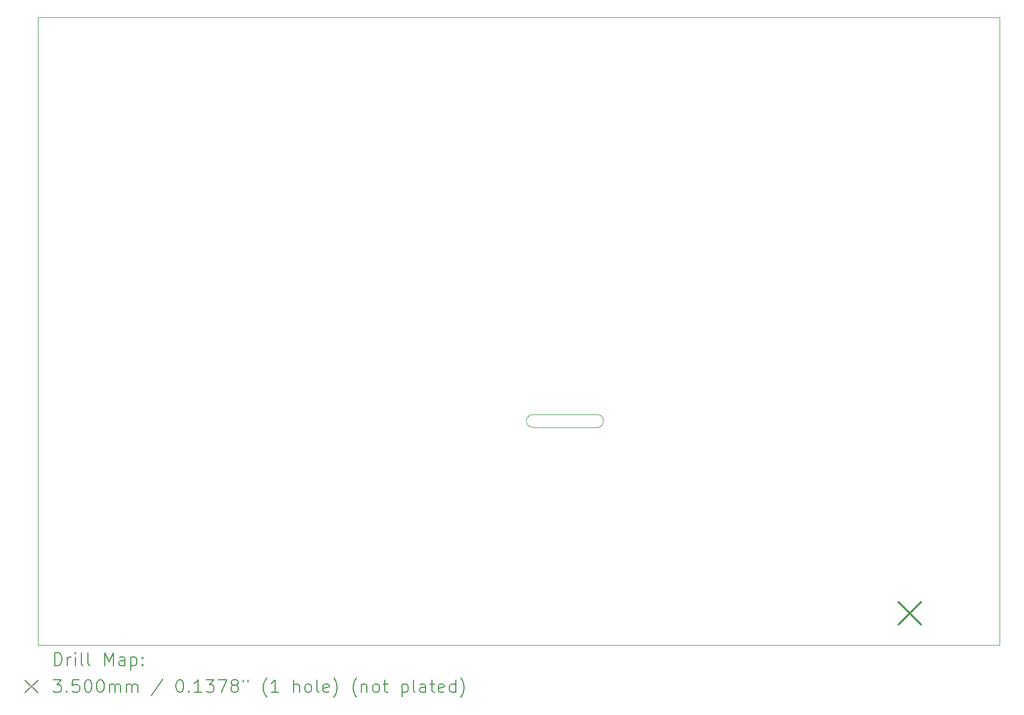
<source format=gbr>
%TF.GenerationSoftware,KiCad,Pcbnew,9.0.7*%
%TF.CreationDate,2026-02-04T14:48:41+09:00*%
%TF.ProjectId,POWER_BD_NV2,504f5745-525f-4424-945f-4e56322e6b69,rev?*%
%TF.SameCoordinates,Original*%
%TF.FileFunction,Drillmap*%
%TF.FilePolarity,Positive*%
%FSLAX45Y45*%
G04 Gerber Fmt 4.5, Leading zero omitted, Abs format (unit mm)*
G04 Created by KiCad (PCBNEW 9.0.7) date 2026-02-04 14:48:41*
%MOMM*%
%LPD*%
G01*
G04 APERTURE LIST*
%ADD10C,0.050000*%
%ADD11C,0.100000*%
%ADD12C,0.200000*%
%ADD13C,0.350000*%
G04 APERTURE END LIST*
D10*
X7720000Y3400000D02*
X8720000Y3400000D01*
X8720000Y3600000D02*
X7720000Y3600000D01*
X7720000Y3400000D02*
G75*
G02*
X7720000Y3600000I0J100000D01*
G01*
D11*
X0Y9800000D02*
X15000000Y9800000D01*
X15000000Y0D01*
X0Y0D01*
X0Y9800000D01*
D10*
X8720000Y3600000D02*
G75*
G02*
X8720000Y3400000I0J-100000D01*
G01*
D12*
D13*
X13425000Y675000D02*
X13775000Y325000D01*
X13775000Y675000D02*
X13425000Y325000D01*
D12*
X255777Y-316484D02*
X255777Y-116484D01*
X255777Y-116484D02*
X303396Y-116484D01*
X303396Y-116484D02*
X331967Y-126008D01*
X331967Y-126008D02*
X351015Y-145055D01*
X351015Y-145055D02*
X360539Y-164103D01*
X360539Y-164103D02*
X370062Y-202198D01*
X370062Y-202198D02*
X370062Y-230769D01*
X370062Y-230769D02*
X360539Y-268865D01*
X360539Y-268865D02*
X351015Y-287912D01*
X351015Y-287912D02*
X331967Y-306960D01*
X331967Y-306960D02*
X303396Y-316484D01*
X303396Y-316484D02*
X255777Y-316484D01*
X455777Y-316484D02*
X455777Y-183150D01*
X455777Y-221246D02*
X465301Y-202198D01*
X465301Y-202198D02*
X474824Y-192674D01*
X474824Y-192674D02*
X493872Y-183150D01*
X493872Y-183150D02*
X512920Y-183150D01*
X579586Y-316484D02*
X579586Y-183150D01*
X579586Y-116484D02*
X570063Y-126008D01*
X570063Y-126008D02*
X579586Y-135531D01*
X579586Y-135531D02*
X589110Y-126008D01*
X589110Y-126008D02*
X579586Y-116484D01*
X579586Y-116484D02*
X579586Y-135531D01*
X703396Y-316484D02*
X684348Y-306960D01*
X684348Y-306960D02*
X674824Y-287912D01*
X674824Y-287912D02*
X674824Y-116484D01*
X808158Y-316484D02*
X789110Y-306960D01*
X789110Y-306960D02*
X779586Y-287912D01*
X779586Y-287912D02*
X779586Y-116484D01*
X1036729Y-316484D02*
X1036729Y-116484D01*
X1036729Y-116484D02*
X1103396Y-259341D01*
X1103396Y-259341D02*
X1170063Y-116484D01*
X1170063Y-116484D02*
X1170063Y-316484D01*
X1351015Y-316484D02*
X1351015Y-211722D01*
X1351015Y-211722D02*
X1341491Y-192674D01*
X1341491Y-192674D02*
X1322444Y-183150D01*
X1322444Y-183150D02*
X1284348Y-183150D01*
X1284348Y-183150D02*
X1265301Y-192674D01*
X1351015Y-306960D02*
X1331967Y-316484D01*
X1331967Y-316484D02*
X1284348Y-316484D01*
X1284348Y-316484D02*
X1265301Y-306960D01*
X1265301Y-306960D02*
X1255777Y-287912D01*
X1255777Y-287912D02*
X1255777Y-268865D01*
X1255777Y-268865D02*
X1265301Y-249817D01*
X1265301Y-249817D02*
X1284348Y-240293D01*
X1284348Y-240293D02*
X1331967Y-240293D01*
X1331967Y-240293D02*
X1351015Y-230769D01*
X1446253Y-183150D02*
X1446253Y-383150D01*
X1446253Y-192674D02*
X1465301Y-183150D01*
X1465301Y-183150D02*
X1503396Y-183150D01*
X1503396Y-183150D02*
X1522443Y-192674D01*
X1522443Y-192674D02*
X1531967Y-202198D01*
X1531967Y-202198D02*
X1541491Y-221246D01*
X1541491Y-221246D02*
X1541491Y-278389D01*
X1541491Y-278389D02*
X1531967Y-297436D01*
X1531967Y-297436D02*
X1522443Y-306960D01*
X1522443Y-306960D02*
X1503396Y-316484D01*
X1503396Y-316484D02*
X1465301Y-316484D01*
X1465301Y-316484D02*
X1446253Y-306960D01*
X1627205Y-297436D02*
X1636729Y-306960D01*
X1636729Y-306960D02*
X1627205Y-316484D01*
X1627205Y-316484D02*
X1617682Y-306960D01*
X1617682Y-306960D02*
X1627205Y-297436D01*
X1627205Y-297436D02*
X1627205Y-316484D01*
X1627205Y-192674D02*
X1636729Y-202198D01*
X1636729Y-202198D02*
X1627205Y-211722D01*
X1627205Y-211722D02*
X1617682Y-202198D01*
X1617682Y-202198D02*
X1627205Y-192674D01*
X1627205Y-192674D02*
X1627205Y-211722D01*
X-205000Y-545000D02*
X-5000Y-745000D01*
X-5000Y-545000D02*
X-205000Y-745000D01*
X236729Y-536484D02*
X360539Y-536484D01*
X360539Y-536484D02*
X293872Y-612674D01*
X293872Y-612674D02*
X322444Y-612674D01*
X322444Y-612674D02*
X341491Y-622198D01*
X341491Y-622198D02*
X351015Y-631722D01*
X351015Y-631722D02*
X360539Y-650770D01*
X360539Y-650770D02*
X360539Y-698389D01*
X360539Y-698389D02*
X351015Y-717436D01*
X351015Y-717436D02*
X341491Y-726960D01*
X341491Y-726960D02*
X322444Y-736484D01*
X322444Y-736484D02*
X265301Y-736484D01*
X265301Y-736484D02*
X246253Y-726960D01*
X246253Y-726960D02*
X236729Y-717436D01*
X446253Y-717436D02*
X455777Y-726960D01*
X455777Y-726960D02*
X446253Y-736484D01*
X446253Y-736484D02*
X436729Y-726960D01*
X436729Y-726960D02*
X446253Y-717436D01*
X446253Y-717436D02*
X446253Y-736484D01*
X636729Y-536484D02*
X541491Y-536484D01*
X541491Y-536484D02*
X531967Y-631722D01*
X531967Y-631722D02*
X541491Y-622198D01*
X541491Y-622198D02*
X560539Y-612674D01*
X560539Y-612674D02*
X608158Y-612674D01*
X608158Y-612674D02*
X627205Y-622198D01*
X627205Y-622198D02*
X636729Y-631722D01*
X636729Y-631722D02*
X646253Y-650770D01*
X646253Y-650770D02*
X646253Y-698389D01*
X646253Y-698389D02*
X636729Y-717436D01*
X636729Y-717436D02*
X627205Y-726960D01*
X627205Y-726960D02*
X608158Y-736484D01*
X608158Y-736484D02*
X560539Y-736484D01*
X560539Y-736484D02*
X541491Y-726960D01*
X541491Y-726960D02*
X531967Y-717436D01*
X770062Y-536484D02*
X789110Y-536484D01*
X789110Y-536484D02*
X808158Y-546008D01*
X808158Y-546008D02*
X817682Y-555531D01*
X817682Y-555531D02*
X827205Y-574579D01*
X827205Y-574579D02*
X836729Y-612674D01*
X836729Y-612674D02*
X836729Y-660293D01*
X836729Y-660293D02*
X827205Y-698389D01*
X827205Y-698389D02*
X817682Y-717436D01*
X817682Y-717436D02*
X808158Y-726960D01*
X808158Y-726960D02*
X789110Y-736484D01*
X789110Y-736484D02*
X770062Y-736484D01*
X770062Y-736484D02*
X751015Y-726960D01*
X751015Y-726960D02*
X741491Y-717436D01*
X741491Y-717436D02*
X731967Y-698389D01*
X731967Y-698389D02*
X722443Y-660293D01*
X722443Y-660293D02*
X722443Y-612674D01*
X722443Y-612674D02*
X731967Y-574579D01*
X731967Y-574579D02*
X741491Y-555531D01*
X741491Y-555531D02*
X751015Y-546008D01*
X751015Y-546008D02*
X770062Y-536484D01*
X960539Y-536484D02*
X979586Y-536484D01*
X979586Y-536484D02*
X998634Y-546008D01*
X998634Y-546008D02*
X1008158Y-555531D01*
X1008158Y-555531D02*
X1017682Y-574579D01*
X1017682Y-574579D02*
X1027205Y-612674D01*
X1027205Y-612674D02*
X1027205Y-660293D01*
X1027205Y-660293D02*
X1017682Y-698389D01*
X1017682Y-698389D02*
X1008158Y-717436D01*
X1008158Y-717436D02*
X998634Y-726960D01*
X998634Y-726960D02*
X979586Y-736484D01*
X979586Y-736484D02*
X960539Y-736484D01*
X960539Y-736484D02*
X941491Y-726960D01*
X941491Y-726960D02*
X931967Y-717436D01*
X931967Y-717436D02*
X922443Y-698389D01*
X922443Y-698389D02*
X912920Y-660293D01*
X912920Y-660293D02*
X912920Y-612674D01*
X912920Y-612674D02*
X922443Y-574579D01*
X922443Y-574579D02*
X931967Y-555531D01*
X931967Y-555531D02*
X941491Y-546008D01*
X941491Y-546008D02*
X960539Y-536484D01*
X1112920Y-736484D02*
X1112920Y-603150D01*
X1112920Y-622198D02*
X1122444Y-612674D01*
X1122444Y-612674D02*
X1141491Y-603150D01*
X1141491Y-603150D02*
X1170063Y-603150D01*
X1170063Y-603150D02*
X1189110Y-612674D01*
X1189110Y-612674D02*
X1198634Y-631722D01*
X1198634Y-631722D02*
X1198634Y-736484D01*
X1198634Y-631722D02*
X1208158Y-612674D01*
X1208158Y-612674D02*
X1227205Y-603150D01*
X1227205Y-603150D02*
X1255777Y-603150D01*
X1255777Y-603150D02*
X1274825Y-612674D01*
X1274825Y-612674D02*
X1284348Y-631722D01*
X1284348Y-631722D02*
X1284348Y-736484D01*
X1379586Y-736484D02*
X1379586Y-603150D01*
X1379586Y-622198D02*
X1389110Y-612674D01*
X1389110Y-612674D02*
X1408158Y-603150D01*
X1408158Y-603150D02*
X1436729Y-603150D01*
X1436729Y-603150D02*
X1455777Y-612674D01*
X1455777Y-612674D02*
X1465301Y-631722D01*
X1465301Y-631722D02*
X1465301Y-736484D01*
X1465301Y-631722D02*
X1474824Y-612674D01*
X1474824Y-612674D02*
X1493872Y-603150D01*
X1493872Y-603150D02*
X1522443Y-603150D01*
X1522443Y-603150D02*
X1541491Y-612674D01*
X1541491Y-612674D02*
X1551015Y-631722D01*
X1551015Y-631722D02*
X1551015Y-736484D01*
X1941491Y-526960D02*
X1770063Y-784103D01*
X2198634Y-536484D02*
X2217682Y-536484D01*
X2217682Y-536484D02*
X2236729Y-546008D01*
X2236729Y-546008D02*
X2246253Y-555531D01*
X2246253Y-555531D02*
X2255777Y-574579D01*
X2255777Y-574579D02*
X2265301Y-612674D01*
X2265301Y-612674D02*
X2265301Y-660293D01*
X2265301Y-660293D02*
X2255777Y-698389D01*
X2255777Y-698389D02*
X2246253Y-717436D01*
X2246253Y-717436D02*
X2236729Y-726960D01*
X2236729Y-726960D02*
X2217682Y-736484D01*
X2217682Y-736484D02*
X2198634Y-736484D01*
X2198634Y-736484D02*
X2179587Y-726960D01*
X2179587Y-726960D02*
X2170063Y-717436D01*
X2170063Y-717436D02*
X2160539Y-698389D01*
X2160539Y-698389D02*
X2151015Y-660293D01*
X2151015Y-660293D02*
X2151015Y-612674D01*
X2151015Y-612674D02*
X2160539Y-574579D01*
X2160539Y-574579D02*
X2170063Y-555531D01*
X2170063Y-555531D02*
X2179587Y-546008D01*
X2179587Y-546008D02*
X2198634Y-536484D01*
X2351015Y-717436D02*
X2360539Y-726960D01*
X2360539Y-726960D02*
X2351015Y-736484D01*
X2351015Y-736484D02*
X2341491Y-726960D01*
X2341491Y-726960D02*
X2351015Y-717436D01*
X2351015Y-717436D02*
X2351015Y-736484D01*
X2551015Y-736484D02*
X2436729Y-736484D01*
X2493872Y-736484D02*
X2493872Y-536484D01*
X2493872Y-536484D02*
X2474825Y-565055D01*
X2474825Y-565055D02*
X2455777Y-584103D01*
X2455777Y-584103D02*
X2436729Y-593627D01*
X2617682Y-536484D02*
X2741491Y-536484D01*
X2741491Y-536484D02*
X2674825Y-612674D01*
X2674825Y-612674D02*
X2703396Y-612674D01*
X2703396Y-612674D02*
X2722444Y-622198D01*
X2722444Y-622198D02*
X2731968Y-631722D01*
X2731968Y-631722D02*
X2741491Y-650770D01*
X2741491Y-650770D02*
X2741491Y-698389D01*
X2741491Y-698389D02*
X2731968Y-717436D01*
X2731968Y-717436D02*
X2722444Y-726960D01*
X2722444Y-726960D02*
X2703396Y-736484D01*
X2703396Y-736484D02*
X2646253Y-736484D01*
X2646253Y-736484D02*
X2627206Y-726960D01*
X2627206Y-726960D02*
X2617682Y-717436D01*
X2808158Y-536484D02*
X2941491Y-536484D01*
X2941491Y-536484D02*
X2855777Y-736484D01*
X3046253Y-622198D02*
X3027206Y-612674D01*
X3027206Y-612674D02*
X3017682Y-603150D01*
X3017682Y-603150D02*
X3008158Y-584103D01*
X3008158Y-584103D02*
X3008158Y-574579D01*
X3008158Y-574579D02*
X3017682Y-555531D01*
X3017682Y-555531D02*
X3027206Y-546008D01*
X3027206Y-546008D02*
X3046253Y-536484D01*
X3046253Y-536484D02*
X3084348Y-536484D01*
X3084348Y-536484D02*
X3103396Y-546008D01*
X3103396Y-546008D02*
X3112920Y-555531D01*
X3112920Y-555531D02*
X3122444Y-574579D01*
X3122444Y-574579D02*
X3122444Y-584103D01*
X3122444Y-584103D02*
X3112920Y-603150D01*
X3112920Y-603150D02*
X3103396Y-612674D01*
X3103396Y-612674D02*
X3084348Y-622198D01*
X3084348Y-622198D02*
X3046253Y-622198D01*
X3046253Y-622198D02*
X3027206Y-631722D01*
X3027206Y-631722D02*
X3017682Y-641246D01*
X3017682Y-641246D02*
X3008158Y-660293D01*
X3008158Y-660293D02*
X3008158Y-698389D01*
X3008158Y-698389D02*
X3017682Y-717436D01*
X3017682Y-717436D02*
X3027206Y-726960D01*
X3027206Y-726960D02*
X3046253Y-736484D01*
X3046253Y-736484D02*
X3084348Y-736484D01*
X3084348Y-736484D02*
X3103396Y-726960D01*
X3103396Y-726960D02*
X3112920Y-717436D01*
X3112920Y-717436D02*
X3122444Y-698389D01*
X3122444Y-698389D02*
X3122444Y-660293D01*
X3122444Y-660293D02*
X3112920Y-641246D01*
X3112920Y-641246D02*
X3103396Y-631722D01*
X3103396Y-631722D02*
X3084348Y-622198D01*
X3198634Y-536484D02*
X3198634Y-574579D01*
X3274825Y-536484D02*
X3274825Y-574579D01*
X3570063Y-812674D02*
X3560539Y-803150D01*
X3560539Y-803150D02*
X3541491Y-774579D01*
X3541491Y-774579D02*
X3531968Y-755531D01*
X3531968Y-755531D02*
X3522444Y-726960D01*
X3522444Y-726960D02*
X3512920Y-679341D01*
X3512920Y-679341D02*
X3512920Y-641246D01*
X3512920Y-641246D02*
X3522444Y-593627D01*
X3522444Y-593627D02*
X3531968Y-565055D01*
X3531968Y-565055D02*
X3541491Y-546008D01*
X3541491Y-546008D02*
X3560539Y-517436D01*
X3560539Y-517436D02*
X3570063Y-507912D01*
X3751015Y-736484D02*
X3636729Y-736484D01*
X3693872Y-736484D02*
X3693872Y-536484D01*
X3693872Y-536484D02*
X3674825Y-565055D01*
X3674825Y-565055D02*
X3655777Y-584103D01*
X3655777Y-584103D02*
X3636729Y-593627D01*
X3989110Y-736484D02*
X3989110Y-536484D01*
X4074825Y-736484D02*
X4074825Y-631722D01*
X4074825Y-631722D02*
X4065301Y-612674D01*
X4065301Y-612674D02*
X4046253Y-603150D01*
X4046253Y-603150D02*
X4017682Y-603150D01*
X4017682Y-603150D02*
X3998634Y-612674D01*
X3998634Y-612674D02*
X3989110Y-622198D01*
X4198634Y-736484D02*
X4179587Y-726960D01*
X4179587Y-726960D02*
X4170063Y-717436D01*
X4170063Y-717436D02*
X4160539Y-698389D01*
X4160539Y-698389D02*
X4160539Y-641246D01*
X4160539Y-641246D02*
X4170063Y-622198D01*
X4170063Y-622198D02*
X4179587Y-612674D01*
X4179587Y-612674D02*
X4198634Y-603150D01*
X4198634Y-603150D02*
X4227206Y-603150D01*
X4227206Y-603150D02*
X4246253Y-612674D01*
X4246253Y-612674D02*
X4255777Y-622198D01*
X4255777Y-622198D02*
X4265301Y-641246D01*
X4265301Y-641246D02*
X4265301Y-698389D01*
X4265301Y-698389D02*
X4255777Y-717436D01*
X4255777Y-717436D02*
X4246253Y-726960D01*
X4246253Y-726960D02*
X4227206Y-736484D01*
X4227206Y-736484D02*
X4198634Y-736484D01*
X4379587Y-736484D02*
X4360539Y-726960D01*
X4360539Y-726960D02*
X4351015Y-707912D01*
X4351015Y-707912D02*
X4351015Y-536484D01*
X4531968Y-726960D02*
X4512920Y-736484D01*
X4512920Y-736484D02*
X4474825Y-736484D01*
X4474825Y-736484D02*
X4455777Y-726960D01*
X4455777Y-726960D02*
X4446253Y-707912D01*
X4446253Y-707912D02*
X4446253Y-631722D01*
X4446253Y-631722D02*
X4455777Y-612674D01*
X4455777Y-612674D02*
X4474825Y-603150D01*
X4474825Y-603150D02*
X4512920Y-603150D01*
X4512920Y-603150D02*
X4531968Y-612674D01*
X4531968Y-612674D02*
X4541492Y-631722D01*
X4541492Y-631722D02*
X4541492Y-650770D01*
X4541492Y-650770D02*
X4446253Y-669817D01*
X4608158Y-812674D02*
X4617682Y-803150D01*
X4617682Y-803150D02*
X4636730Y-774579D01*
X4636730Y-774579D02*
X4646253Y-755531D01*
X4646253Y-755531D02*
X4655777Y-726960D01*
X4655777Y-726960D02*
X4665301Y-679341D01*
X4665301Y-679341D02*
X4665301Y-641246D01*
X4665301Y-641246D02*
X4655777Y-593627D01*
X4655777Y-593627D02*
X4646253Y-565055D01*
X4646253Y-565055D02*
X4636730Y-546008D01*
X4636730Y-546008D02*
X4617682Y-517436D01*
X4617682Y-517436D02*
X4608158Y-507912D01*
X4970063Y-812674D02*
X4960539Y-803150D01*
X4960539Y-803150D02*
X4941492Y-774579D01*
X4941492Y-774579D02*
X4931968Y-755531D01*
X4931968Y-755531D02*
X4922444Y-726960D01*
X4922444Y-726960D02*
X4912920Y-679341D01*
X4912920Y-679341D02*
X4912920Y-641246D01*
X4912920Y-641246D02*
X4922444Y-593627D01*
X4922444Y-593627D02*
X4931968Y-565055D01*
X4931968Y-565055D02*
X4941492Y-546008D01*
X4941492Y-546008D02*
X4960539Y-517436D01*
X4960539Y-517436D02*
X4970063Y-507912D01*
X5046253Y-603150D02*
X5046253Y-736484D01*
X5046253Y-622198D02*
X5055777Y-612674D01*
X5055777Y-612674D02*
X5074825Y-603150D01*
X5074825Y-603150D02*
X5103396Y-603150D01*
X5103396Y-603150D02*
X5122444Y-612674D01*
X5122444Y-612674D02*
X5131968Y-631722D01*
X5131968Y-631722D02*
X5131968Y-736484D01*
X5255777Y-736484D02*
X5236730Y-726960D01*
X5236730Y-726960D02*
X5227206Y-717436D01*
X5227206Y-717436D02*
X5217682Y-698389D01*
X5217682Y-698389D02*
X5217682Y-641246D01*
X5217682Y-641246D02*
X5227206Y-622198D01*
X5227206Y-622198D02*
X5236730Y-612674D01*
X5236730Y-612674D02*
X5255777Y-603150D01*
X5255777Y-603150D02*
X5284349Y-603150D01*
X5284349Y-603150D02*
X5303396Y-612674D01*
X5303396Y-612674D02*
X5312920Y-622198D01*
X5312920Y-622198D02*
X5322444Y-641246D01*
X5322444Y-641246D02*
X5322444Y-698389D01*
X5322444Y-698389D02*
X5312920Y-717436D01*
X5312920Y-717436D02*
X5303396Y-726960D01*
X5303396Y-726960D02*
X5284349Y-736484D01*
X5284349Y-736484D02*
X5255777Y-736484D01*
X5379587Y-603150D02*
X5455777Y-603150D01*
X5408158Y-536484D02*
X5408158Y-707912D01*
X5408158Y-707912D02*
X5417682Y-726960D01*
X5417682Y-726960D02*
X5436730Y-736484D01*
X5436730Y-736484D02*
X5455777Y-736484D01*
X5674825Y-603150D02*
X5674825Y-803150D01*
X5674825Y-612674D02*
X5693872Y-603150D01*
X5693872Y-603150D02*
X5731968Y-603150D01*
X5731968Y-603150D02*
X5751015Y-612674D01*
X5751015Y-612674D02*
X5760539Y-622198D01*
X5760539Y-622198D02*
X5770063Y-641246D01*
X5770063Y-641246D02*
X5770063Y-698389D01*
X5770063Y-698389D02*
X5760539Y-717436D01*
X5760539Y-717436D02*
X5751015Y-726960D01*
X5751015Y-726960D02*
X5731968Y-736484D01*
X5731968Y-736484D02*
X5693872Y-736484D01*
X5693872Y-736484D02*
X5674825Y-726960D01*
X5884349Y-736484D02*
X5865301Y-726960D01*
X5865301Y-726960D02*
X5855777Y-707912D01*
X5855777Y-707912D02*
X5855777Y-536484D01*
X6046253Y-736484D02*
X6046253Y-631722D01*
X6046253Y-631722D02*
X6036730Y-612674D01*
X6036730Y-612674D02*
X6017682Y-603150D01*
X6017682Y-603150D02*
X5979587Y-603150D01*
X5979587Y-603150D02*
X5960539Y-612674D01*
X6046253Y-726960D02*
X6027206Y-736484D01*
X6027206Y-736484D02*
X5979587Y-736484D01*
X5979587Y-736484D02*
X5960539Y-726960D01*
X5960539Y-726960D02*
X5951015Y-707912D01*
X5951015Y-707912D02*
X5951015Y-688865D01*
X5951015Y-688865D02*
X5960539Y-669817D01*
X5960539Y-669817D02*
X5979587Y-660293D01*
X5979587Y-660293D02*
X6027206Y-660293D01*
X6027206Y-660293D02*
X6046253Y-650770D01*
X6112920Y-603150D02*
X6189111Y-603150D01*
X6141492Y-536484D02*
X6141492Y-707912D01*
X6141492Y-707912D02*
X6151015Y-726960D01*
X6151015Y-726960D02*
X6170063Y-736484D01*
X6170063Y-736484D02*
X6189111Y-736484D01*
X6331968Y-726960D02*
X6312920Y-736484D01*
X6312920Y-736484D02*
X6274825Y-736484D01*
X6274825Y-736484D02*
X6255777Y-726960D01*
X6255777Y-726960D02*
X6246253Y-707912D01*
X6246253Y-707912D02*
X6246253Y-631722D01*
X6246253Y-631722D02*
X6255777Y-612674D01*
X6255777Y-612674D02*
X6274825Y-603150D01*
X6274825Y-603150D02*
X6312920Y-603150D01*
X6312920Y-603150D02*
X6331968Y-612674D01*
X6331968Y-612674D02*
X6341492Y-631722D01*
X6341492Y-631722D02*
X6341492Y-650770D01*
X6341492Y-650770D02*
X6246253Y-669817D01*
X6512920Y-736484D02*
X6512920Y-536484D01*
X6512920Y-726960D02*
X6493873Y-736484D01*
X6493873Y-736484D02*
X6455777Y-736484D01*
X6455777Y-736484D02*
X6436730Y-726960D01*
X6436730Y-726960D02*
X6427206Y-717436D01*
X6427206Y-717436D02*
X6417682Y-698389D01*
X6417682Y-698389D02*
X6417682Y-641246D01*
X6417682Y-641246D02*
X6427206Y-622198D01*
X6427206Y-622198D02*
X6436730Y-612674D01*
X6436730Y-612674D02*
X6455777Y-603150D01*
X6455777Y-603150D02*
X6493873Y-603150D01*
X6493873Y-603150D02*
X6512920Y-612674D01*
X6589111Y-812674D02*
X6598634Y-803150D01*
X6598634Y-803150D02*
X6617682Y-774579D01*
X6617682Y-774579D02*
X6627206Y-755531D01*
X6627206Y-755531D02*
X6636730Y-726960D01*
X6636730Y-726960D02*
X6646253Y-679341D01*
X6646253Y-679341D02*
X6646253Y-641246D01*
X6646253Y-641246D02*
X6636730Y-593627D01*
X6636730Y-593627D02*
X6627206Y-565055D01*
X6627206Y-565055D02*
X6617682Y-546008D01*
X6617682Y-546008D02*
X6598634Y-517436D01*
X6598634Y-517436D02*
X6589111Y-507912D01*
M02*

</source>
